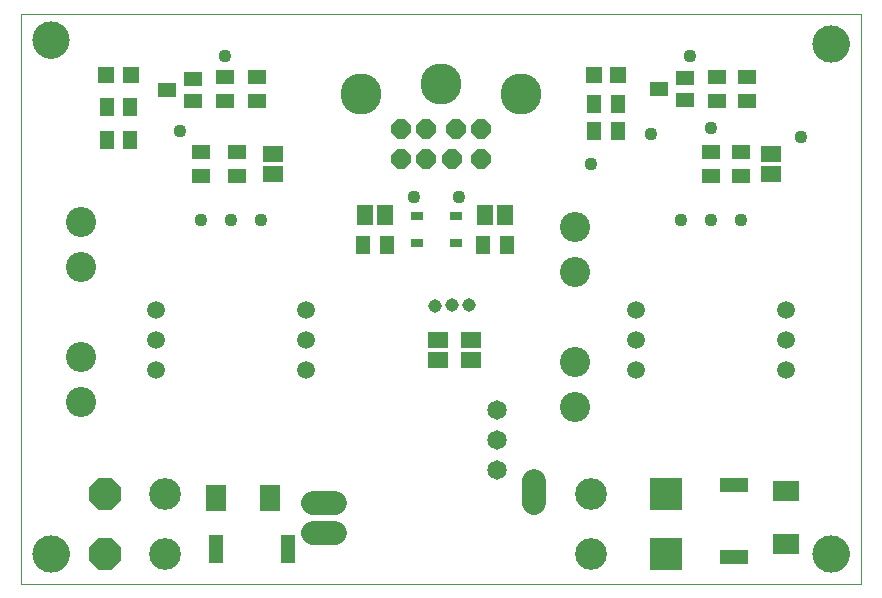
<source format=gts>
G75*
%MOIN*%
%OFA0B0*%
%FSLAX25Y25*%
%IPPOS*%
%LPD*%
%AMOC8*
5,1,8,0,0,1.08239X$1,22.5*
%
%ADD10C,0.00000*%
%ADD11C,0.12411*%
%ADD12R,0.06506X0.05718*%
%ADD13C,0.06506*%
%ADD14C,0.10049*%
%ADD15R,0.04931X0.06112*%
%ADD16R,0.06112X0.04931*%
%ADD17R,0.05324X0.05324*%
%ADD18C,0.04500*%
%ADD19R,0.08868X0.06899*%
%ADD20R,0.06899X0.08868*%
%ADD21R,0.06112X0.04537*%
%ADD22C,0.08000*%
%ADD23R,0.04800X0.09200*%
%ADD24R,0.09200X0.04800*%
%ADD25C,0.10600*%
%ADD26OC8,0.10600*%
%ADD27R,0.10600X0.10600*%
%ADD28C,0.05915*%
%ADD29C,0.04362*%
%ADD30R,0.05718X0.06506*%
%ADD31R,0.03868X0.03080*%
%ADD32OC8,0.06506*%
%ADD33C,0.13694*%
D10*
X0001000Y0023933D02*
X0001000Y0213933D01*
X0281000Y0213933D01*
X0281000Y0023933D01*
X0001000Y0023933D01*
X0005094Y0033933D02*
X0005096Y0034086D01*
X0005102Y0034240D01*
X0005112Y0034393D01*
X0005126Y0034545D01*
X0005144Y0034698D01*
X0005166Y0034849D01*
X0005191Y0035000D01*
X0005221Y0035151D01*
X0005255Y0035301D01*
X0005292Y0035449D01*
X0005333Y0035597D01*
X0005378Y0035743D01*
X0005427Y0035889D01*
X0005480Y0036033D01*
X0005536Y0036175D01*
X0005596Y0036316D01*
X0005660Y0036456D01*
X0005727Y0036594D01*
X0005798Y0036730D01*
X0005873Y0036864D01*
X0005950Y0036996D01*
X0006032Y0037126D01*
X0006116Y0037254D01*
X0006204Y0037380D01*
X0006295Y0037503D01*
X0006389Y0037624D01*
X0006487Y0037742D01*
X0006587Y0037858D01*
X0006691Y0037971D01*
X0006797Y0038082D01*
X0006906Y0038190D01*
X0007018Y0038295D01*
X0007132Y0038396D01*
X0007250Y0038495D01*
X0007369Y0038591D01*
X0007491Y0038684D01*
X0007616Y0038773D01*
X0007743Y0038860D01*
X0007872Y0038942D01*
X0008003Y0039022D01*
X0008136Y0039098D01*
X0008271Y0039171D01*
X0008408Y0039240D01*
X0008547Y0039305D01*
X0008687Y0039367D01*
X0008829Y0039425D01*
X0008972Y0039480D01*
X0009117Y0039531D01*
X0009263Y0039578D01*
X0009410Y0039621D01*
X0009558Y0039660D01*
X0009707Y0039696D01*
X0009857Y0039727D01*
X0010008Y0039755D01*
X0010159Y0039779D01*
X0010312Y0039799D01*
X0010464Y0039815D01*
X0010617Y0039827D01*
X0010770Y0039835D01*
X0010923Y0039839D01*
X0011077Y0039839D01*
X0011230Y0039835D01*
X0011383Y0039827D01*
X0011536Y0039815D01*
X0011688Y0039799D01*
X0011841Y0039779D01*
X0011992Y0039755D01*
X0012143Y0039727D01*
X0012293Y0039696D01*
X0012442Y0039660D01*
X0012590Y0039621D01*
X0012737Y0039578D01*
X0012883Y0039531D01*
X0013028Y0039480D01*
X0013171Y0039425D01*
X0013313Y0039367D01*
X0013453Y0039305D01*
X0013592Y0039240D01*
X0013729Y0039171D01*
X0013864Y0039098D01*
X0013997Y0039022D01*
X0014128Y0038942D01*
X0014257Y0038860D01*
X0014384Y0038773D01*
X0014509Y0038684D01*
X0014631Y0038591D01*
X0014750Y0038495D01*
X0014868Y0038396D01*
X0014982Y0038295D01*
X0015094Y0038190D01*
X0015203Y0038082D01*
X0015309Y0037971D01*
X0015413Y0037858D01*
X0015513Y0037742D01*
X0015611Y0037624D01*
X0015705Y0037503D01*
X0015796Y0037380D01*
X0015884Y0037254D01*
X0015968Y0037126D01*
X0016050Y0036996D01*
X0016127Y0036864D01*
X0016202Y0036730D01*
X0016273Y0036594D01*
X0016340Y0036456D01*
X0016404Y0036316D01*
X0016464Y0036175D01*
X0016520Y0036033D01*
X0016573Y0035889D01*
X0016622Y0035743D01*
X0016667Y0035597D01*
X0016708Y0035449D01*
X0016745Y0035301D01*
X0016779Y0035151D01*
X0016809Y0035000D01*
X0016834Y0034849D01*
X0016856Y0034698D01*
X0016874Y0034545D01*
X0016888Y0034393D01*
X0016898Y0034240D01*
X0016904Y0034086D01*
X0016906Y0033933D01*
X0016904Y0033780D01*
X0016898Y0033626D01*
X0016888Y0033473D01*
X0016874Y0033321D01*
X0016856Y0033168D01*
X0016834Y0033017D01*
X0016809Y0032866D01*
X0016779Y0032715D01*
X0016745Y0032565D01*
X0016708Y0032417D01*
X0016667Y0032269D01*
X0016622Y0032123D01*
X0016573Y0031977D01*
X0016520Y0031833D01*
X0016464Y0031691D01*
X0016404Y0031550D01*
X0016340Y0031410D01*
X0016273Y0031272D01*
X0016202Y0031136D01*
X0016127Y0031002D01*
X0016050Y0030870D01*
X0015968Y0030740D01*
X0015884Y0030612D01*
X0015796Y0030486D01*
X0015705Y0030363D01*
X0015611Y0030242D01*
X0015513Y0030124D01*
X0015413Y0030008D01*
X0015309Y0029895D01*
X0015203Y0029784D01*
X0015094Y0029676D01*
X0014982Y0029571D01*
X0014868Y0029470D01*
X0014750Y0029371D01*
X0014631Y0029275D01*
X0014509Y0029182D01*
X0014384Y0029093D01*
X0014257Y0029006D01*
X0014128Y0028924D01*
X0013997Y0028844D01*
X0013864Y0028768D01*
X0013729Y0028695D01*
X0013592Y0028626D01*
X0013453Y0028561D01*
X0013313Y0028499D01*
X0013171Y0028441D01*
X0013028Y0028386D01*
X0012883Y0028335D01*
X0012737Y0028288D01*
X0012590Y0028245D01*
X0012442Y0028206D01*
X0012293Y0028170D01*
X0012143Y0028139D01*
X0011992Y0028111D01*
X0011841Y0028087D01*
X0011688Y0028067D01*
X0011536Y0028051D01*
X0011383Y0028039D01*
X0011230Y0028031D01*
X0011077Y0028027D01*
X0010923Y0028027D01*
X0010770Y0028031D01*
X0010617Y0028039D01*
X0010464Y0028051D01*
X0010312Y0028067D01*
X0010159Y0028087D01*
X0010008Y0028111D01*
X0009857Y0028139D01*
X0009707Y0028170D01*
X0009558Y0028206D01*
X0009410Y0028245D01*
X0009263Y0028288D01*
X0009117Y0028335D01*
X0008972Y0028386D01*
X0008829Y0028441D01*
X0008687Y0028499D01*
X0008547Y0028561D01*
X0008408Y0028626D01*
X0008271Y0028695D01*
X0008136Y0028768D01*
X0008003Y0028844D01*
X0007872Y0028924D01*
X0007743Y0029006D01*
X0007616Y0029093D01*
X0007491Y0029182D01*
X0007369Y0029275D01*
X0007250Y0029371D01*
X0007132Y0029470D01*
X0007018Y0029571D01*
X0006906Y0029676D01*
X0006797Y0029784D01*
X0006691Y0029895D01*
X0006587Y0030008D01*
X0006487Y0030124D01*
X0006389Y0030242D01*
X0006295Y0030363D01*
X0006204Y0030486D01*
X0006116Y0030612D01*
X0006032Y0030740D01*
X0005950Y0030870D01*
X0005873Y0031002D01*
X0005798Y0031136D01*
X0005727Y0031272D01*
X0005660Y0031410D01*
X0005596Y0031550D01*
X0005536Y0031691D01*
X0005480Y0031833D01*
X0005427Y0031977D01*
X0005378Y0032123D01*
X0005333Y0032269D01*
X0005292Y0032417D01*
X0005255Y0032565D01*
X0005221Y0032715D01*
X0005191Y0032866D01*
X0005166Y0033017D01*
X0005144Y0033168D01*
X0005126Y0033321D01*
X0005112Y0033473D01*
X0005102Y0033626D01*
X0005096Y0033780D01*
X0005094Y0033933D01*
X0265094Y0033933D02*
X0265096Y0034086D01*
X0265102Y0034240D01*
X0265112Y0034393D01*
X0265126Y0034545D01*
X0265144Y0034698D01*
X0265166Y0034849D01*
X0265191Y0035000D01*
X0265221Y0035151D01*
X0265255Y0035301D01*
X0265292Y0035449D01*
X0265333Y0035597D01*
X0265378Y0035743D01*
X0265427Y0035889D01*
X0265480Y0036033D01*
X0265536Y0036175D01*
X0265596Y0036316D01*
X0265660Y0036456D01*
X0265727Y0036594D01*
X0265798Y0036730D01*
X0265873Y0036864D01*
X0265950Y0036996D01*
X0266032Y0037126D01*
X0266116Y0037254D01*
X0266204Y0037380D01*
X0266295Y0037503D01*
X0266389Y0037624D01*
X0266487Y0037742D01*
X0266587Y0037858D01*
X0266691Y0037971D01*
X0266797Y0038082D01*
X0266906Y0038190D01*
X0267018Y0038295D01*
X0267132Y0038396D01*
X0267250Y0038495D01*
X0267369Y0038591D01*
X0267491Y0038684D01*
X0267616Y0038773D01*
X0267743Y0038860D01*
X0267872Y0038942D01*
X0268003Y0039022D01*
X0268136Y0039098D01*
X0268271Y0039171D01*
X0268408Y0039240D01*
X0268547Y0039305D01*
X0268687Y0039367D01*
X0268829Y0039425D01*
X0268972Y0039480D01*
X0269117Y0039531D01*
X0269263Y0039578D01*
X0269410Y0039621D01*
X0269558Y0039660D01*
X0269707Y0039696D01*
X0269857Y0039727D01*
X0270008Y0039755D01*
X0270159Y0039779D01*
X0270312Y0039799D01*
X0270464Y0039815D01*
X0270617Y0039827D01*
X0270770Y0039835D01*
X0270923Y0039839D01*
X0271077Y0039839D01*
X0271230Y0039835D01*
X0271383Y0039827D01*
X0271536Y0039815D01*
X0271688Y0039799D01*
X0271841Y0039779D01*
X0271992Y0039755D01*
X0272143Y0039727D01*
X0272293Y0039696D01*
X0272442Y0039660D01*
X0272590Y0039621D01*
X0272737Y0039578D01*
X0272883Y0039531D01*
X0273028Y0039480D01*
X0273171Y0039425D01*
X0273313Y0039367D01*
X0273453Y0039305D01*
X0273592Y0039240D01*
X0273729Y0039171D01*
X0273864Y0039098D01*
X0273997Y0039022D01*
X0274128Y0038942D01*
X0274257Y0038860D01*
X0274384Y0038773D01*
X0274509Y0038684D01*
X0274631Y0038591D01*
X0274750Y0038495D01*
X0274868Y0038396D01*
X0274982Y0038295D01*
X0275094Y0038190D01*
X0275203Y0038082D01*
X0275309Y0037971D01*
X0275413Y0037858D01*
X0275513Y0037742D01*
X0275611Y0037624D01*
X0275705Y0037503D01*
X0275796Y0037380D01*
X0275884Y0037254D01*
X0275968Y0037126D01*
X0276050Y0036996D01*
X0276127Y0036864D01*
X0276202Y0036730D01*
X0276273Y0036594D01*
X0276340Y0036456D01*
X0276404Y0036316D01*
X0276464Y0036175D01*
X0276520Y0036033D01*
X0276573Y0035889D01*
X0276622Y0035743D01*
X0276667Y0035597D01*
X0276708Y0035449D01*
X0276745Y0035301D01*
X0276779Y0035151D01*
X0276809Y0035000D01*
X0276834Y0034849D01*
X0276856Y0034698D01*
X0276874Y0034545D01*
X0276888Y0034393D01*
X0276898Y0034240D01*
X0276904Y0034086D01*
X0276906Y0033933D01*
X0276904Y0033780D01*
X0276898Y0033626D01*
X0276888Y0033473D01*
X0276874Y0033321D01*
X0276856Y0033168D01*
X0276834Y0033017D01*
X0276809Y0032866D01*
X0276779Y0032715D01*
X0276745Y0032565D01*
X0276708Y0032417D01*
X0276667Y0032269D01*
X0276622Y0032123D01*
X0276573Y0031977D01*
X0276520Y0031833D01*
X0276464Y0031691D01*
X0276404Y0031550D01*
X0276340Y0031410D01*
X0276273Y0031272D01*
X0276202Y0031136D01*
X0276127Y0031002D01*
X0276050Y0030870D01*
X0275968Y0030740D01*
X0275884Y0030612D01*
X0275796Y0030486D01*
X0275705Y0030363D01*
X0275611Y0030242D01*
X0275513Y0030124D01*
X0275413Y0030008D01*
X0275309Y0029895D01*
X0275203Y0029784D01*
X0275094Y0029676D01*
X0274982Y0029571D01*
X0274868Y0029470D01*
X0274750Y0029371D01*
X0274631Y0029275D01*
X0274509Y0029182D01*
X0274384Y0029093D01*
X0274257Y0029006D01*
X0274128Y0028924D01*
X0273997Y0028844D01*
X0273864Y0028768D01*
X0273729Y0028695D01*
X0273592Y0028626D01*
X0273453Y0028561D01*
X0273313Y0028499D01*
X0273171Y0028441D01*
X0273028Y0028386D01*
X0272883Y0028335D01*
X0272737Y0028288D01*
X0272590Y0028245D01*
X0272442Y0028206D01*
X0272293Y0028170D01*
X0272143Y0028139D01*
X0271992Y0028111D01*
X0271841Y0028087D01*
X0271688Y0028067D01*
X0271536Y0028051D01*
X0271383Y0028039D01*
X0271230Y0028031D01*
X0271077Y0028027D01*
X0270923Y0028027D01*
X0270770Y0028031D01*
X0270617Y0028039D01*
X0270464Y0028051D01*
X0270312Y0028067D01*
X0270159Y0028087D01*
X0270008Y0028111D01*
X0269857Y0028139D01*
X0269707Y0028170D01*
X0269558Y0028206D01*
X0269410Y0028245D01*
X0269263Y0028288D01*
X0269117Y0028335D01*
X0268972Y0028386D01*
X0268829Y0028441D01*
X0268687Y0028499D01*
X0268547Y0028561D01*
X0268408Y0028626D01*
X0268271Y0028695D01*
X0268136Y0028768D01*
X0268003Y0028844D01*
X0267872Y0028924D01*
X0267743Y0029006D01*
X0267616Y0029093D01*
X0267491Y0029182D01*
X0267369Y0029275D01*
X0267250Y0029371D01*
X0267132Y0029470D01*
X0267018Y0029571D01*
X0266906Y0029676D01*
X0266797Y0029784D01*
X0266691Y0029895D01*
X0266587Y0030008D01*
X0266487Y0030124D01*
X0266389Y0030242D01*
X0266295Y0030363D01*
X0266204Y0030486D01*
X0266116Y0030612D01*
X0266032Y0030740D01*
X0265950Y0030870D01*
X0265873Y0031002D01*
X0265798Y0031136D01*
X0265727Y0031272D01*
X0265660Y0031410D01*
X0265596Y0031550D01*
X0265536Y0031691D01*
X0265480Y0031833D01*
X0265427Y0031977D01*
X0265378Y0032123D01*
X0265333Y0032269D01*
X0265292Y0032417D01*
X0265255Y0032565D01*
X0265221Y0032715D01*
X0265191Y0032866D01*
X0265166Y0033017D01*
X0265144Y0033168D01*
X0265126Y0033321D01*
X0265112Y0033473D01*
X0265102Y0033626D01*
X0265096Y0033780D01*
X0265094Y0033933D01*
X0265094Y0203933D02*
X0265096Y0204086D01*
X0265102Y0204240D01*
X0265112Y0204393D01*
X0265126Y0204545D01*
X0265144Y0204698D01*
X0265166Y0204849D01*
X0265191Y0205000D01*
X0265221Y0205151D01*
X0265255Y0205301D01*
X0265292Y0205449D01*
X0265333Y0205597D01*
X0265378Y0205743D01*
X0265427Y0205889D01*
X0265480Y0206033D01*
X0265536Y0206175D01*
X0265596Y0206316D01*
X0265660Y0206456D01*
X0265727Y0206594D01*
X0265798Y0206730D01*
X0265873Y0206864D01*
X0265950Y0206996D01*
X0266032Y0207126D01*
X0266116Y0207254D01*
X0266204Y0207380D01*
X0266295Y0207503D01*
X0266389Y0207624D01*
X0266487Y0207742D01*
X0266587Y0207858D01*
X0266691Y0207971D01*
X0266797Y0208082D01*
X0266906Y0208190D01*
X0267018Y0208295D01*
X0267132Y0208396D01*
X0267250Y0208495D01*
X0267369Y0208591D01*
X0267491Y0208684D01*
X0267616Y0208773D01*
X0267743Y0208860D01*
X0267872Y0208942D01*
X0268003Y0209022D01*
X0268136Y0209098D01*
X0268271Y0209171D01*
X0268408Y0209240D01*
X0268547Y0209305D01*
X0268687Y0209367D01*
X0268829Y0209425D01*
X0268972Y0209480D01*
X0269117Y0209531D01*
X0269263Y0209578D01*
X0269410Y0209621D01*
X0269558Y0209660D01*
X0269707Y0209696D01*
X0269857Y0209727D01*
X0270008Y0209755D01*
X0270159Y0209779D01*
X0270312Y0209799D01*
X0270464Y0209815D01*
X0270617Y0209827D01*
X0270770Y0209835D01*
X0270923Y0209839D01*
X0271077Y0209839D01*
X0271230Y0209835D01*
X0271383Y0209827D01*
X0271536Y0209815D01*
X0271688Y0209799D01*
X0271841Y0209779D01*
X0271992Y0209755D01*
X0272143Y0209727D01*
X0272293Y0209696D01*
X0272442Y0209660D01*
X0272590Y0209621D01*
X0272737Y0209578D01*
X0272883Y0209531D01*
X0273028Y0209480D01*
X0273171Y0209425D01*
X0273313Y0209367D01*
X0273453Y0209305D01*
X0273592Y0209240D01*
X0273729Y0209171D01*
X0273864Y0209098D01*
X0273997Y0209022D01*
X0274128Y0208942D01*
X0274257Y0208860D01*
X0274384Y0208773D01*
X0274509Y0208684D01*
X0274631Y0208591D01*
X0274750Y0208495D01*
X0274868Y0208396D01*
X0274982Y0208295D01*
X0275094Y0208190D01*
X0275203Y0208082D01*
X0275309Y0207971D01*
X0275413Y0207858D01*
X0275513Y0207742D01*
X0275611Y0207624D01*
X0275705Y0207503D01*
X0275796Y0207380D01*
X0275884Y0207254D01*
X0275968Y0207126D01*
X0276050Y0206996D01*
X0276127Y0206864D01*
X0276202Y0206730D01*
X0276273Y0206594D01*
X0276340Y0206456D01*
X0276404Y0206316D01*
X0276464Y0206175D01*
X0276520Y0206033D01*
X0276573Y0205889D01*
X0276622Y0205743D01*
X0276667Y0205597D01*
X0276708Y0205449D01*
X0276745Y0205301D01*
X0276779Y0205151D01*
X0276809Y0205000D01*
X0276834Y0204849D01*
X0276856Y0204698D01*
X0276874Y0204545D01*
X0276888Y0204393D01*
X0276898Y0204240D01*
X0276904Y0204086D01*
X0276906Y0203933D01*
X0276904Y0203780D01*
X0276898Y0203626D01*
X0276888Y0203473D01*
X0276874Y0203321D01*
X0276856Y0203168D01*
X0276834Y0203017D01*
X0276809Y0202866D01*
X0276779Y0202715D01*
X0276745Y0202565D01*
X0276708Y0202417D01*
X0276667Y0202269D01*
X0276622Y0202123D01*
X0276573Y0201977D01*
X0276520Y0201833D01*
X0276464Y0201691D01*
X0276404Y0201550D01*
X0276340Y0201410D01*
X0276273Y0201272D01*
X0276202Y0201136D01*
X0276127Y0201002D01*
X0276050Y0200870D01*
X0275968Y0200740D01*
X0275884Y0200612D01*
X0275796Y0200486D01*
X0275705Y0200363D01*
X0275611Y0200242D01*
X0275513Y0200124D01*
X0275413Y0200008D01*
X0275309Y0199895D01*
X0275203Y0199784D01*
X0275094Y0199676D01*
X0274982Y0199571D01*
X0274868Y0199470D01*
X0274750Y0199371D01*
X0274631Y0199275D01*
X0274509Y0199182D01*
X0274384Y0199093D01*
X0274257Y0199006D01*
X0274128Y0198924D01*
X0273997Y0198844D01*
X0273864Y0198768D01*
X0273729Y0198695D01*
X0273592Y0198626D01*
X0273453Y0198561D01*
X0273313Y0198499D01*
X0273171Y0198441D01*
X0273028Y0198386D01*
X0272883Y0198335D01*
X0272737Y0198288D01*
X0272590Y0198245D01*
X0272442Y0198206D01*
X0272293Y0198170D01*
X0272143Y0198139D01*
X0271992Y0198111D01*
X0271841Y0198087D01*
X0271688Y0198067D01*
X0271536Y0198051D01*
X0271383Y0198039D01*
X0271230Y0198031D01*
X0271077Y0198027D01*
X0270923Y0198027D01*
X0270770Y0198031D01*
X0270617Y0198039D01*
X0270464Y0198051D01*
X0270312Y0198067D01*
X0270159Y0198087D01*
X0270008Y0198111D01*
X0269857Y0198139D01*
X0269707Y0198170D01*
X0269558Y0198206D01*
X0269410Y0198245D01*
X0269263Y0198288D01*
X0269117Y0198335D01*
X0268972Y0198386D01*
X0268829Y0198441D01*
X0268687Y0198499D01*
X0268547Y0198561D01*
X0268408Y0198626D01*
X0268271Y0198695D01*
X0268136Y0198768D01*
X0268003Y0198844D01*
X0267872Y0198924D01*
X0267743Y0199006D01*
X0267616Y0199093D01*
X0267491Y0199182D01*
X0267369Y0199275D01*
X0267250Y0199371D01*
X0267132Y0199470D01*
X0267018Y0199571D01*
X0266906Y0199676D01*
X0266797Y0199784D01*
X0266691Y0199895D01*
X0266587Y0200008D01*
X0266487Y0200124D01*
X0266389Y0200242D01*
X0266295Y0200363D01*
X0266204Y0200486D01*
X0266116Y0200612D01*
X0266032Y0200740D01*
X0265950Y0200870D01*
X0265873Y0201002D01*
X0265798Y0201136D01*
X0265727Y0201272D01*
X0265660Y0201410D01*
X0265596Y0201550D01*
X0265536Y0201691D01*
X0265480Y0201833D01*
X0265427Y0201977D01*
X0265378Y0202123D01*
X0265333Y0202269D01*
X0265292Y0202417D01*
X0265255Y0202565D01*
X0265221Y0202715D01*
X0265191Y0202866D01*
X0265166Y0203017D01*
X0265144Y0203168D01*
X0265126Y0203321D01*
X0265112Y0203473D01*
X0265102Y0203626D01*
X0265096Y0203780D01*
X0265094Y0203933D01*
X0004937Y0205193D02*
X0004939Y0205346D01*
X0004945Y0205500D01*
X0004955Y0205653D01*
X0004969Y0205805D01*
X0004987Y0205958D01*
X0005009Y0206109D01*
X0005034Y0206260D01*
X0005064Y0206411D01*
X0005098Y0206561D01*
X0005135Y0206709D01*
X0005176Y0206857D01*
X0005221Y0207003D01*
X0005270Y0207149D01*
X0005323Y0207293D01*
X0005379Y0207435D01*
X0005439Y0207576D01*
X0005503Y0207716D01*
X0005570Y0207854D01*
X0005641Y0207990D01*
X0005716Y0208124D01*
X0005793Y0208256D01*
X0005875Y0208386D01*
X0005959Y0208514D01*
X0006047Y0208640D01*
X0006138Y0208763D01*
X0006232Y0208884D01*
X0006330Y0209002D01*
X0006430Y0209118D01*
X0006534Y0209231D01*
X0006640Y0209342D01*
X0006749Y0209450D01*
X0006861Y0209555D01*
X0006975Y0209656D01*
X0007093Y0209755D01*
X0007212Y0209851D01*
X0007334Y0209944D01*
X0007459Y0210033D01*
X0007586Y0210120D01*
X0007715Y0210202D01*
X0007846Y0210282D01*
X0007979Y0210358D01*
X0008114Y0210431D01*
X0008251Y0210500D01*
X0008390Y0210565D01*
X0008530Y0210627D01*
X0008672Y0210685D01*
X0008815Y0210740D01*
X0008960Y0210791D01*
X0009106Y0210838D01*
X0009253Y0210881D01*
X0009401Y0210920D01*
X0009550Y0210956D01*
X0009700Y0210987D01*
X0009851Y0211015D01*
X0010002Y0211039D01*
X0010155Y0211059D01*
X0010307Y0211075D01*
X0010460Y0211087D01*
X0010613Y0211095D01*
X0010766Y0211099D01*
X0010920Y0211099D01*
X0011073Y0211095D01*
X0011226Y0211087D01*
X0011379Y0211075D01*
X0011531Y0211059D01*
X0011684Y0211039D01*
X0011835Y0211015D01*
X0011986Y0210987D01*
X0012136Y0210956D01*
X0012285Y0210920D01*
X0012433Y0210881D01*
X0012580Y0210838D01*
X0012726Y0210791D01*
X0012871Y0210740D01*
X0013014Y0210685D01*
X0013156Y0210627D01*
X0013296Y0210565D01*
X0013435Y0210500D01*
X0013572Y0210431D01*
X0013707Y0210358D01*
X0013840Y0210282D01*
X0013971Y0210202D01*
X0014100Y0210120D01*
X0014227Y0210033D01*
X0014352Y0209944D01*
X0014474Y0209851D01*
X0014593Y0209755D01*
X0014711Y0209656D01*
X0014825Y0209555D01*
X0014937Y0209450D01*
X0015046Y0209342D01*
X0015152Y0209231D01*
X0015256Y0209118D01*
X0015356Y0209002D01*
X0015454Y0208884D01*
X0015548Y0208763D01*
X0015639Y0208640D01*
X0015727Y0208514D01*
X0015811Y0208386D01*
X0015893Y0208256D01*
X0015970Y0208124D01*
X0016045Y0207990D01*
X0016116Y0207854D01*
X0016183Y0207716D01*
X0016247Y0207576D01*
X0016307Y0207435D01*
X0016363Y0207293D01*
X0016416Y0207149D01*
X0016465Y0207003D01*
X0016510Y0206857D01*
X0016551Y0206709D01*
X0016588Y0206561D01*
X0016622Y0206411D01*
X0016652Y0206260D01*
X0016677Y0206109D01*
X0016699Y0205958D01*
X0016717Y0205805D01*
X0016731Y0205653D01*
X0016741Y0205500D01*
X0016747Y0205346D01*
X0016749Y0205193D01*
X0016747Y0205040D01*
X0016741Y0204886D01*
X0016731Y0204733D01*
X0016717Y0204581D01*
X0016699Y0204428D01*
X0016677Y0204277D01*
X0016652Y0204126D01*
X0016622Y0203975D01*
X0016588Y0203825D01*
X0016551Y0203677D01*
X0016510Y0203529D01*
X0016465Y0203383D01*
X0016416Y0203237D01*
X0016363Y0203093D01*
X0016307Y0202951D01*
X0016247Y0202810D01*
X0016183Y0202670D01*
X0016116Y0202532D01*
X0016045Y0202396D01*
X0015970Y0202262D01*
X0015893Y0202130D01*
X0015811Y0202000D01*
X0015727Y0201872D01*
X0015639Y0201746D01*
X0015548Y0201623D01*
X0015454Y0201502D01*
X0015356Y0201384D01*
X0015256Y0201268D01*
X0015152Y0201155D01*
X0015046Y0201044D01*
X0014937Y0200936D01*
X0014825Y0200831D01*
X0014711Y0200730D01*
X0014593Y0200631D01*
X0014474Y0200535D01*
X0014352Y0200442D01*
X0014227Y0200353D01*
X0014100Y0200266D01*
X0013971Y0200184D01*
X0013840Y0200104D01*
X0013707Y0200028D01*
X0013572Y0199955D01*
X0013435Y0199886D01*
X0013296Y0199821D01*
X0013156Y0199759D01*
X0013014Y0199701D01*
X0012871Y0199646D01*
X0012726Y0199595D01*
X0012580Y0199548D01*
X0012433Y0199505D01*
X0012285Y0199466D01*
X0012136Y0199430D01*
X0011986Y0199399D01*
X0011835Y0199371D01*
X0011684Y0199347D01*
X0011531Y0199327D01*
X0011379Y0199311D01*
X0011226Y0199299D01*
X0011073Y0199291D01*
X0010920Y0199287D01*
X0010766Y0199287D01*
X0010613Y0199291D01*
X0010460Y0199299D01*
X0010307Y0199311D01*
X0010155Y0199327D01*
X0010002Y0199347D01*
X0009851Y0199371D01*
X0009700Y0199399D01*
X0009550Y0199430D01*
X0009401Y0199466D01*
X0009253Y0199505D01*
X0009106Y0199548D01*
X0008960Y0199595D01*
X0008815Y0199646D01*
X0008672Y0199701D01*
X0008530Y0199759D01*
X0008390Y0199821D01*
X0008251Y0199886D01*
X0008114Y0199955D01*
X0007979Y0200028D01*
X0007846Y0200104D01*
X0007715Y0200184D01*
X0007586Y0200266D01*
X0007459Y0200353D01*
X0007334Y0200442D01*
X0007212Y0200535D01*
X0007093Y0200631D01*
X0006975Y0200730D01*
X0006861Y0200831D01*
X0006749Y0200936D01*
X0006640Y0201044D01*
X0006534Y0201155D01*
X0006430Y0201268D01*
X0006330Y0201384D01*
X0006232Y0201502D01*
X0006138Y0201623D01*
X0006047Y0201746D01*
X0005959Y0201872D01*
X0005875Y0202000D01*
X0005793Y0202130D01*
X0005716Y0202262D01*
X0005641Y0202396D01*
X0005570Y0202532D01*
X0005503Y0202670D01*
X0005439Y0202810D01*
X0005379Y0202951D01*
X0005323Y0203093D01*
X0005270Y0203237D01*
X0005221Y0203383D01*
X0005176Y0203529D01*
X0005135Y0203677D01*
X0005098Y0203825D01*
X0005064Y0203975D01*
X0005034Y0204126D01*
X0005009Y0204277D01*
X0004987Y0204428D01*
X0004969Y0204581D01*
X0004955Y0204733D01*
X0004945Y0204886D01*
X0004939Y0205040D01*
X0004937Y0205193D01*
D11*
X0010843Y0205193D03*
X0271000Y0203933D03*
X0271000Y0033933D03*
X0011000Y0033933D03*
D12*
X0140000Y0098587D03*
X0151000Y0098587D03*
X0151000Y0105280D03*
X0140000Y0105280D03*
X0085000Y0160587D03*
X0085000Y0167280D03*
X0251000Y0167280D03*
X0251000Y0160587D03*
D13*
X0159823Y0082012D03*
X0159823Y0071776D03*
X0159823Y0061933D03*
D14*
X0185500Y0082933D03*
X0185500Y0097933D03*
X0185500Y0127933D03*
X0185500Y0142933D03*
X0021000Y0144433D03*
X0021000Y0129433D03*
X0021000Y0099433D03*
X0021000Y0084433D03*
D15*
X0115063Y0136933D03*
X0122937Y0136933D03*
X0155063Y0136933D03*
X0162937Y0136933D03*
X0192063Y0174933D03*
X0199937Y0174933D03*
X0199937Y0183933D03*
X0192063Y0183933D03*
X0037437Y0182933D03*
X0029563Y0182933D03*
X0029563Y0171933D03*
X0037437Y0171933D03*
D16*
X0061000Y0167870D03*
X0073000Y0167870D03*
X0073000Y0159996D03*
X0061000Y0159996D03*
X0069000Y0184996D03*
X0079500Y0184996D03*
X0079500Y0192870D03*
X0069000Y0192870D03*
X0231000Y0167870D03*
X0241000Y0167870D03*
X0241000Y0159996D03*
X0231000Y0159996D03*
X0233000Y0184996D03*
X0243000Y0184996D03*
X0243000Y0192870D03*
X0233000Y0192870D03*
D17*
X0200134Y0193433D03*
X0191866Y0193433D03*
X0037634Y0193433D03*
X0029366Y0193433D03*
D18*
X0139000Y0116633D03*
X0144700Y0116733D03*
X0150300Y0116733D03*
D19*
X0256000Y0054791D03*
X0256000Y0037075D03*
D20*
X0083858Y0052433D03*
X0066142Y0052433D03*
D21*
X0058331Y0184693D03*
X0049669Y0188433D03*
X0058331Y0192173D03*
X0213669Y0188933D03*
X0222331Y0185193D03*
X0222331Y0192673D03*
D22*
X0172000Y0058333D02*
X0172000Y0050933D01*
X0105700Y0050933D02*
X0098300Y0050933D01*
X0098300Y0040933D02*
X0105700Y0040933D01*
D23*
X0090000Y0035421D03*
X0066000Y0035421D03*
D24*
X0238512Y0032933D03*
X0238512Y0056933D03*
D25*
X0191000Y0053933D03*
X0191000Y0033933D03*
X0049000Y0033933D03*
X0049000Y0053933D03*
D26*
X0029000Y0053933D03*
X0029000Y0033933D03*
D27*
X0216000Y0033933D03*
X0216000Y0053933D03*
D28*
X0206000Y0095311D03*
X0206000Y0105311D03*
X0206000Y0115311D03*
X0256000Y0115311D03*
X0256000Y0105311D03*
X0256000Y0095311D03*
X0096000Y0095311D03*
X0096000Y0105311D03*
X0096000Y0115311D03*
X0046000Y0115311D03*
X0046000Y0105311D03*
X0046000Y0095311D03*
D29*
X0061000Y0145232D03*
X0071000Y0145232D03*
X0081000Y0145232D03*
X0132000Y0152933D03*
X0147000Y0152933D03*
X0191000Y0163933D03*
X0211000Y0173933D03*
X0231000Y0175933D03*
X0261000Y0172933D03*
X0241000Y0145232D03*
X0231000Y0145232D03*
X0221000Y0145232D03*
X0224000Y0199933D03*
X0069000Y0199933D03*
X0054000Y0174933D03*
D30*
X0115654Y0146933D03*
X0122346Y0146933D03*
X0155654Y0146933D03*
X0162346Y0146933D03*
D31*
X0146000Y0146461D03*
X0133000Y0146461D03*
X0133000Y0137406D03*
X0146000Y0137406D03*
D32*
X0144543Y0165626D03*
X0135882Y0165626D03*
X0127614Y0165626D03*
X0127614Y0175469D03*
X0135882Y0175469D03*
X0146118Y0175469D03*
X0154386Y0175469D03*
X0154386Y0165626D03*
D33*
X0167575Y0187280D03*
X0141000Y0190429D03*
X0114425Y0187280D03*
M02*

</source>
